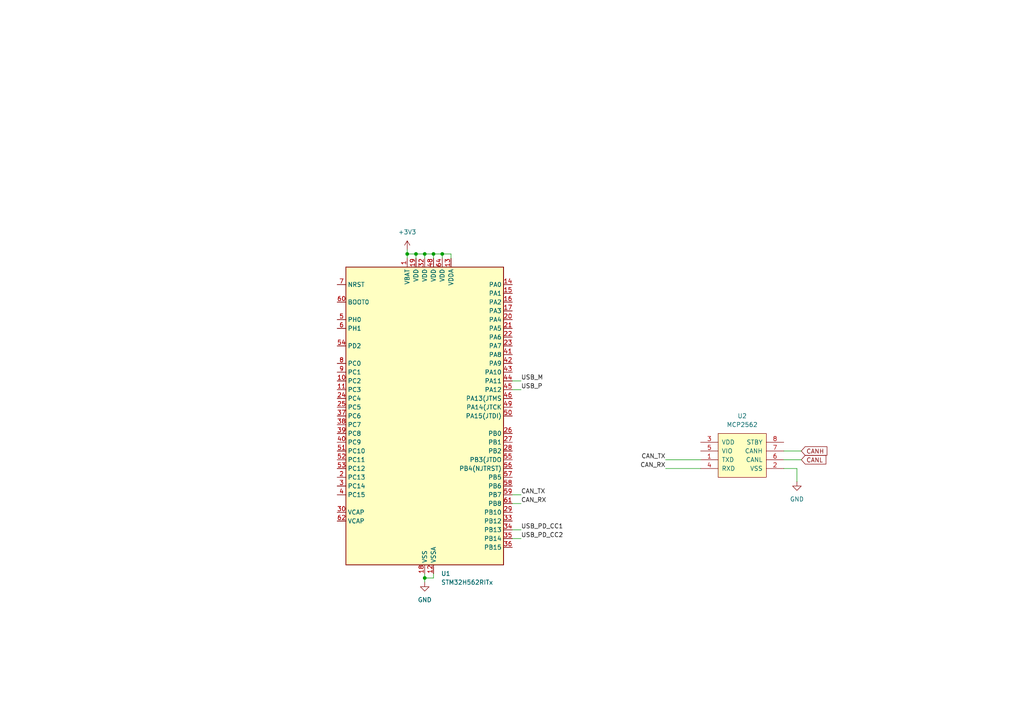
<source format=kicad_sch>
(kicad_sch (version 20231120) (generator "eeschema") (generator_version "8.0")
  (paper "A4")
  (lib_symbols
    (symbol "MCU_ST_STM32H5:STM32H562RITx"
      (property "Reference" "U" (at -22.86 44.45 0))
      (property "Value" "STM32H562RITx" (at 10.16 44.45 0))
      (symbol "STM32H562RITx_0_1"
        (rectangle (start -22.86 -43.18) (end 22.86 43.18) (stroke (width 0.254)) (fill (type background)))
      )
      (symbol "STM32H562RITx_1_1"
        (pin power_in line (at -5.08 45.72 270) (length 2.54) (name "VBAT") (number "1"))
        (pin bidirectional line (at -25.4 10.16 0) (length 2.54) (name "PC2") (number "10"))
        (pin bidirectional line (at -25.4 7.62 0) (length 2.54) (name "PC3") (number "11"))
        (pin power_in line (at 2.54 -45.72 90) (length 2.54) (name "VSSA") (number "12"))
        (pin power_in line (at 7.62 45.72 270) (length 2.54) (name "VDDA") (number "13"))
        (pin bidirectional line (at 25.4 38.1 180) (length 2.54) (name "PA0") (number "14"))
        (pin bidirectional line (at 25.4 35.56 180) (length 2.54) (name "PA1") (number "15"))
        (pin bidirectional line (at 25.4 33.02 180) (length 2.54) (name "PA2") (number "16"))
        (pin bidirectional line (at 25.4 30.48 180) (length 2.54) (name "PA3") (number "17"))
        (pin power_in line (at 0 -45.72 90) (length 2.54) (name "VSS") (number "18"))
        (pin power_in line (at -2.54 45.72 270) (length 2.54) (name "VDD") (number "19"))
        (pin bidirectional line (at -25.4 -17.78 0) (length 2.54) (name "PC13") (number "2"))
        (pin bidirectional line (at 25.4 27.94 180) (length 2.54) (name "PA4") (number "20"))
        (pin bidirectional line (at 25.4 25.4 180) (length 2.54) (name "PA5") (number "21"))
        (pin bidirectional line (at 25.4 22.86 180) (length 2.54) (name "PA6") (number "22"))
        (pin bidirectional line (at 25.4 20.32 180) (length 2.54) (name "PA7") (number "23"))
        (pin bidirectional line (at -25.4 5.08 0) (length 2.54) (name "PC4") (number "24"))
        (pin bidirectional line (at -25.4 2.54 0) (length 2.54) (name "PC5") (number "25"))
        (pin bidirectional line (at 25.4 -5.08 180) (length 2.54) (name "PB0") (number "26"))
        (pin bidirectional line (at 25.4 -7.62 180) (length 2.54) (name "PB1") (number "27"))
        (pin bidirectional line (at 25.4 -10.16 180) (length 2.54) (name "PB2") (number "28"))
        (pin bidirectional line (at 25.4 -27.94 180) (length 2.54) (name "PB10") (number "29"))
        (pin bidirectional line (at -25.4 -20.32 0) (length 2.54) (name "PC14") (number "3"))
        (pin power_out line (at -25.4 -27.94 0) (length 2.54) (name "VCAP") (number "30"))
        (pin passive line (at 0 -45.72 90) (length 2.54) hide (name "VSS") (number "31"))
        (pin power_in line (at 0 45.72 270) (length 2.54) (name "VDD") (number "32"))
        (pin bidirectional line (at 25.4 -30.48 180) (length 2.54) (name "PB12") (number "33"))
        (pin bidirectional line (at 25.4 -33.02 180) (length 2.54) (name "PB13") (number "34"))
        (pin bidirectional line (at 25.4 -35.56 180) (length 2.54) (name "PB14") (number "35"))
        (pin bidirectional line (at 25.4 -38.1 180) (length 2.54) (name "PB15") (number "36"))
        (pin bidirectional line (at -25.4 0 0) (length 2.54) (name "PC6") (number "37"))
        (pin bidirectional line (at -25.4 -2.54 0) (length 2.54) (name "PC7") (number "38"))
        (pin bidirectional line (at -25.4 -5.08 0) (length 2.54) (name "PC8") (number "39"))
        (pin bidirectional line (at -25.4 -22.86 0) (length 2.54) (name "PC15") (number "4"))
        (pin bidirectional line (at -25.4 -7.62 0) (length 2.54) (name "PC9") (number "40"))
        (pin bidirectional line (at 25.4 17.78 180) (length 2.54) (name "PA8") (number "41"))
        (pin bidirectional line (at 25.4 15.24 180) (length 2.54) (name "PA9") (number "42"))
        (pin bidirectional line (at 25.4 12.7 180) (length 2.54) (name "PA10") (number "43"))
        (pin bidirectional line (at 25.4 10.16 180) (length 2.54) (name "PA11") (number "44"))
        (pin bidirectional line (at 25.4 7.62 180) (length 2.54) (name "PA12") (number "45"))
        (pin bidirectional line (at 25.4 5.08 180) (length 2.54) (name "PA13(JTMS") (number "46"))
        (pin passive line (at 0 -45.72 90) (length 2.54) hide (name "VSS") (number "47"))
        (pin power_in line (at 2.54 45.72 270) (length 2.54) (name "VDD") (number "48"))
        (pin bidirectional line (at 25.4 2.54 180) (length 2.54) (name "PA14(JTCK") (number "49"))
        (pin bidirectional line (at -25.4 27.94 0) (length 2.54) (name "PH0") (number "5"))
        (pin bidirectional line (at 25.4 0 180) (length 2.54) (name "PA15(JTDI)") (number "50"))
        (pin bidirectional line (at -25.4 -10.16 0) (length 2.54) (name "PC10") (number "51"))
        (pin bidirectional line (at -25.4 -12.7 0) (length 2.54) (name "PC11") (number "52"))
        (pin bidirectional line (at -25.4 -15.24 0) (length 2.54) (name "PC12") (number "53"))
        (pin bidirectional line (at -25.4 20.32 0) (length 2.54) (name "PD2") (number "54"))
        (pin bidirectional line (at 25.4 -12.7 180) (length 2.54) (name "PB3(JTDO") (number "55"))
        (pin bidirectional line (at 25.4 -15.24 180) (length 2.54) (name "PB4(NJTRST)") (number "56"))
        (pin bidirectional line (at 25.4 -17.78 180) (length 2.54) (name "PB5") (number "57"))
        (pin bidirectional line (at 25.4 -20.32 180) (length 2.54) (name "PB6") (number "58"))
        (pin bidirectional line (at 25.4 -22.86 180) (length 2.54) (name "PB7") (number "59"))
        (pin bidirectional line (at -25.4 25.4 0) (length 2.54) (name "PH1") (number "6"))
        (pin input line (at -25.4 33.02 0) (length 2.54) (name "BOOT0") (number "60"))
        (pin bidirectional line (at 25.4 -25.4 180) (length 2.54) (name "PB8") (number "61"))
        (pin power_out line (at -25.4 -30.48 0) (length 2.54) (name "VCAP") (number "62"))
        (pin passive line (at 0 -45.72 90) (length 2.54) hide (name "VSS") (number "63"))
        (pin power_in line (at 5.08 45.72 270) (length 2.54) (name "VDD") (number "64"))
        (pin input line (at -25.4 38.1 0) (length 2.54) (name "NRST") (number "7"))
        (pin bidirectional line (at -25.4 15.24 0) (length 2.54) (name "PC0") (number "8"))
        (pin bidirectional line (at -25.4 12.7 0) (length 2.54) (name "PC1") (number "9"))
      )
    )
    (symbol "canhw:MCP2562" (pin_names (offset 1.016))
      (property "Reference" "U" (at 5.08 3.81 0))
      (property "Value" "MCP2562" (at -3.81 3.81 0))
      (symbol "MCP2562_0_1"
        (rectangle (start -7.62 2.54) (end 6.35 -10.16) (fill (type background)))
      )
      (symbol "MCP2562_1_1"
        (pin bidirectional line (at -12.7 -5.08 0) (length 5.08) (name "TXD") (number "1"))
        (pin power_in line (at 11.43 -7.62 180) (length 5.08) (name "VSS") (number "2"))
        (pin power_in line (at -12.7 0 0) (length 5.08) (name "VDD") (number "3"))
        (pin bidirectional line (at -12.7 -7.62 0) (length 5.08) (name "RXD") (number "4"))
        (pin bidirectional line (at -12.7 -2.54 0) (length 5.08) (name "VIO") (number "5"))
        (pin bidirectional line (at 11.43 -5.08 180) (length 5.08) (name "CANL") (number "6"))
        (pin bidirectional line (at 11.43 -2.54 180) (length 5.08) (name "CANH") (number "7"))
        (pin bidirectional line (at 11.43 0 180) (length 5.08) (name "STBY") (number "8"))
      )
    )
    (symbol "power:+3V3" (power) (pin_numbers hide) (pin_names (offset 0) hide)
      (property "Value" "+3V3" (at 0 3.556 0))
      (symbol "+3V3_0_1"
        (polyline (pts (xy -0.762 1.27) (xy 0 2.54)))
        (polyline (pts (xy 0 0) (xy 0 2.54)))
        (polyline (pts (xy 0 2.54) (xy 0.762 1.27)))
      )
      (symbol "+3V3_1_1"
        (pin power_in line (at 0 0 90) (length 0) (name "~") (number "1"))
      )
    )
    (symbol "power:GND" (power) (pin_numbers hide) (pin_names (offset 0) hide)
      (property "Value" "GND" (at 0 -3.81 0))
      (symbol "GND_0_1"
        (polyline (pts (xy 0 0) (xy 0 -1.27) (xy 1.27 -1.27) (xy 0 -2.54) (xy -1.27 -1.27) (xy 0 -1.27)))
      )
      (symbol "GND_1_1"
        (pin power_in line (at 0 0 270) (length 0) (name "~") (number "1"))
      )
    )
  )
  (junction (at 125.73 73.66))
  (junction (at 123.19 73.66))
  (junction (at 120.65 73.66))
  (junction (at 118.11 73.66))
  (junction (at 128.27 73.66))
  (junction (at 123.19 167.64))
  (wire (pts (xy 118.11 72.39) (xy 118.11 73.66)))
  (wire (pts (xy 148.59 143.51) (xy 151.13 143.51)))
  (wire (pts (xy 227.33 133.35) (xy 232.41 133.35)))
  (wire (pts (xy 123.19 167.64) (xy 123.19 168.91)))
  (wire (pts (xy 148.59 146.05) (xy 151.13 146.05)))
  (wire (pts (xy 123.19 73.66) (xy 120.65 73.66)))
  (wire (pts (xy 123.19 74.93) (xy 123.19 73.66)))
  (wire (pts (xy 125.73 74.93) (xy 125.73 73.66)))
  (wire (pts (xy 130.81 74.93) (xy 130.81 73.66)))
  (wire (pts (xy 148.59 156.21) (xy 151.13 156.21)))
  (wire (pts (xy 120.65 73.66) (xy 118.11 73.66)))
  (wire (pts (xy 128.27 73.66) (xy 125.73 73.66)))
  (wire (pts (xy 148.59 113.03) (xy 151.13 113.03)))
  (wire (pts (xy 123.19 166.37) (xy 123.19 167.64)))
  (wire (pts (xy 148.59 153.67) (xy 151.13 153.67)))
  (wire (pts (xy 148.59 110.49) (xy 151.13 110.49)))
  (wire (pts (xy 118.11 73.66) (xy 118.11 74.93)))
  (wire (pts (xy 128.27 74.93) (xy 128.27 73.66)))
  (wire (pts (xy 125.73 167.64) (xy 123.19 167.64)))
  (wire (pts (xy 125.73 73.66) (xy 123.19 73.66)))
  (wire (pts (xy 193.04 133.35) (xy 203.2 133.35)))
  (wire (pts (xy 120.65 74.93) (xy 120.65 73.66)))
  (wire (pts (xy 125.73 166.37) (xy 125.73 167.64)))
  (wire (pts (xy 231.14 135.89) (xy 231.14 139.7)))
  (wire (pts (xy 128.27 73.66) (xy 130.81 73.66)))
  (wire (pts (xy 227.33 135.89) (xy 231.14 135.89)))
  (wire (pts (xy 193.04 135.89) (xy 203.2 135.89)))
  (wire (pts (xy 227.33 130.81) (xy 232.41 130.81)))
  (label "USB_P" (at 151.13 113.03 0))
  (label "USB_PD_CC2" (at 151.13 156.21 0))
  (label "CAN_TX" (at 151.13 143.51 0))
  (label "USB_M" (at 151.13 110.49 0))
  (label "CAN_RX" (at 193.04 135.89 180))
  (label "USB_PD_CC1" (at 151.13 153.67 0))
  (label "CAN_TX" (at 193.04 133.35 180))
  (label "CAN_RX" (at 151.13 146.05 0))
  (global_label "CANH" (shape input) (at 232.41 130.81 0) (property "Intersheetrefs" "${INTERSHEET_REFS}" (effects (hide yes))))
  (global_label "CANL" (shape input) (at 232.41 133.35 0) (property "Intersheetrefs" "${INTERSHEET_REFS}" (effects (hide yes))))
  (symbol (lib_id "power:+3V3") (at 118.11 72.39 0) (unit 1)
    (property "Reference" "#PWR01" (effects (hide yes)))
    (property "Value" "+3V3" (at 118.11 67.31 0))
    (property "Description" "Power symbol creates a global label with name \"+3V3\"" (effects (hide yes)))
  )
  (symbol (lib_id "canhw:MCP2562") (at 215.9 128.27 0) (unit 1)
    (property "Reference" "U2" (at 215.265 120.65 0))
    (property "Value" "MCP2562" (at 215.265 123.19 0))
  )
  (symbol (lib_id "power:GND") (at 123.19 168.91 0) (unit 1)
    (property "Reference" "#PWR02" (effects (hide yes)))
    (property "Value" "GND" (at 123.19 173.99 0))
    (property "Description" "Power symbol creates a global label with name \"GND\" , ground" (effects (hide yes)))
  )
  (symbol (lib_id "MCU_ST_STM32H5:STM32H562RITx") (at 123.19 120.65 0) (unit 1)
    (property "Reference" "U1" (at 127.9241 166.37 0) (effects (justify left)))
    (property "Value" "STM32H562RITx" (at 127.9241 168.91 0) (effects (justify left)))
    (property "Footprint" "Package_QFP:LQFP-64_10x10mm_P0.5mm" (effects (hide yes)))
    (property "Datasheet" "https://www.st.com/resource/en/datasheet/stm32h562ri.pdf" (effects (hide yes)))
    (property "Description" "STMicroelectronics Arm Cortex-M33 MCU, 2048KB flash, 640KB RAM, 250 MHz, 1.62-3.6V, 49 GPIO, LQFP64" (effects (hide yes)))
  )
  (symbol (lib_id "power:GND") (at 231.14 139.7 0) (unit 1)
    (property "Reference" "#PWR04" (effects (hide yes)))
    (property "Value" "GND" (at 231.14 144.78 0))
    (property "Description" "Power symbol creates a global label with name \"GND\" , ground" (effects (hide yes)))
  )
)
</source>
